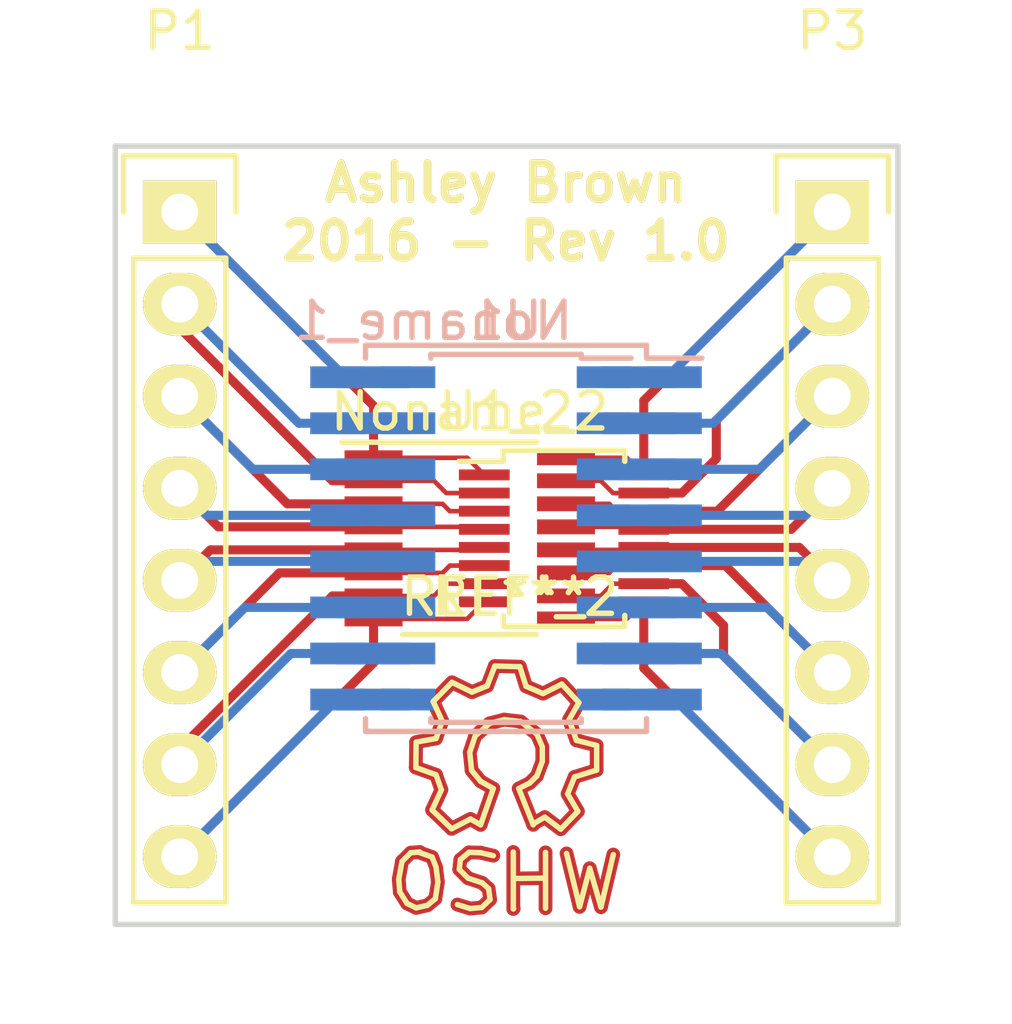
<source format=kicad_pcb>

(kicad_pcb
  (version 4)
  (host pcbnew 4.0.1-2.fc23-product)
  (general
    (links 64)
    (no_connects 0)
    (area 117.145999 59.106999 138.886001 80.720001)
    (thickness 1.6)
    (drawings 6)
    (tracks 126)
    (zones 0)
    (modules 8)
    (nets 17))
  (page A4)
  (layers
    (0 F.Cu signal)
    (31 B.Cu signal)
    (32 B.Adhes user)
    (33 F.Adhes user)
    (34 B.Paste user)
    (35 F.Paste user)
    (36 B.SilkS user)
    (37 F.SilkS user)
    (38 B.Mask user)
    (39 F.Mask user)
    (40 Dwgs.User user)
    (41 Cmts.User user)
    (42 Eco1.User user)
    (43 Eco2.User user)
    (44 Edge.Cuts user)
    (45 Margin user)
    (46 B.CrtYd user)
    (47 F.CrtYd user)
    (48 B.Fab user)
    (49 F.Fab user))
  (setup
    (last_trace_width 0.127)
    (user_trace_width 0.25)
    (user_trace_width 0.6)
    (trace_clearance 0.127)
    (zone_clearance 0.508)
    (zone_45_only no)
    (trace_min 0.127)
    (segment_width 0.2)
    (edge_width 0.15)
    (via_size 0.6)
    (via_drill 0.4)
    (via_min_size 0.4)
    (via_min_drill 0.3)
    (uvia_size 0.3)
    (uvia_drill 0.1)
    (uvias_allowed no)
    (uvia_min_size 0.2)
    (uvia_min_drill 0.1)
    (pcb_text_width 0.3)
    (pcb_text_size 1.5 1.5)
    (mod_edge_width 0.15)
    (mod_text_size 1 1)
    (mod_text_width 0.15)
    (pad_size 1.524 1.524)
    (pad_drill 0.762)
    (pad_to_mask_clearance 0.2)
    (aux_axis_origin 0 0)
    (visible_elements FFFFFF7F)
    (pcbplotparams
      (layerselection 0x00030_80000001)
      (usegerberextensions false)
      (excludeedgelayer true)
      (linewidth 0.1)
      (plotframeref false)
      (viasonmask false)
      (mode 1)
      (useauxorigin false)
      (hpglpennumber 1)
      (hpglpenspeed 20)
      (hpglpendiameter 15)
      (hpglpenoverlay 2)
      (psnegative false)
      (psa4output false)
      (plotreference true)
      (plotvalue true)
      (plotinvisibletext false)
      (padsonsilk false)
      (subtractmaskfromsilk false)
      (outputformat 1)
      (mirror false)
      (drillshape 1)
      (scaleselection 1)
      (outputdirectory "")))
  (net 0 "")
  (net 1 "Net-(P1-Pad1)")
  (net 2 "Net-(P1-Pad2)")
  (net 3 "Net-(P1-Pad3)")
  (net 4 "Net-(P1-Pad4)")
  (net 5 "Net-(P1-Pad5)")
  (net 6 "Net-(P1-Pad6)")
  (net 7 "Net-(P1-Pad7)")
  (net 8 "Net-(P1-Pad8)")
  (net 9 "Net-(P3-Pad1)")
  (net 10 "Net-(P3-Pad2)")
  (net 11 "Net-(P3-Pad3)")
  (net 12 "Net-(P3-Pad4)")
  (net 13 "Net-(P3-Pad5)")
  (net 14 "Net-(P3-Pad6)")
  (net 15 "Net-(P3-Pad7)")
  (net 16 "Net-(P3-Pad8)")
  (net_class Default "This is the default net class."
    (clearance 0.127)
    (trace_width 0.127)
    (via_dia 0.6)
    (via_drill 0.4)
    (uvia_dia 0.3)
    (uvia_drill 0.1)
    (add_net "Net-(P1-Pad1)")
    (add_net "Net-(P1-Pad2)")
    (add_net "Net-(P1-Pad3)")
    (add_net "Net-(P1-Pad4)")
    (add_net "Net-(P1-Pad5)")
    (add_net "Net-(P1-Pad6)")
    (add_net "Net-(P1-Pad7)")
    (add_net "Net-(P1-Pad8)")
    (add_net "Net-(P3-Pad1)")
    (add_net "Net-(P3-Pad2)")
    (add_net "Net-(P3-Pad3)")
    (add_net "Net-(P3-Pad4)")
    (add_net "Net-(P3-Pad5)")
    (add_net "Net-(P3-Pad6)")
    (add_net "Net-(P3-Pad7)")
    (add_net "Net-(P3-Pad8)"))
  (module Pin_Headers:Pin_Header_Straight_1x08
    (layer F.Cu)
    (tedit 56DCC931)
    (tstamp 56DCC656)
    (at 119 61)
    (descr "Through hole pin header")
    (tags "pin header")
    (path /56DCB019)
    (fp_text reference P1
      (at 0 -5)
      (layer F.SilkS)
      (effects
        (font
          (size 1 1)
          (thickness 0.15))))
    (fp_text value CONN_01X08
      (at 0 -3.1)
      (layer F.Fab)
      (effects
        (font
          (size 1 1)
          (thickness 0.15))))
    (fp_line
      (start -1.75 -1.75)
      (end -1.75 19.55)
      (layer F.CrtYd)
      (width 0.05))
    (fp_line
      (start 1.75 -1.75)
      (end 1.75 19.55)
      (layer F.CrtYd)
      (width 0.05))
    (fp_line
      (start -1.75 -1.75)
      (end 1.75 -1.75)
      (layer F.CrtYd)
      (width 0.05))
    (fp_line
      (start -1.75 19.55)
      (end 1.75 19.55)
      (layer F.CrtYd)
      (width 0.05))
    (fp_line
      (start 1.27 1.27)
      (end 1.27 19.05)
      (layer F.SilkS)
      (width 0.15))
    (fp_line
      (start 1.27 19.05)
      (end -1.27 19.05)
      (layer F.SilkS)
      (width 0.15))
    (fp_line
      (start -1.27 19.05)
      (end -1.27 1.27)
      (layer F.SilkS)
      (width 0.15))
    (fp_line
      (start 1.55 -1.55)
      (end 1.55 0)
      (layer F.SilkS)
      (width 0.15))
    (fp_line
      (start 1.27 1.27)
      (end -1.27 1.27)
      (layer F.SilkS)
      (width 0.15))
    (fp_line
      (start -1.55 0)
      (end -1.55 -1.55)
      (layer F.SilkS)
      (width 0.15))
    (fp_line
      (start -1.55 -1.55)
      (end 1.55 -1.55)
      (layer F.SilkS)
      (width 0.15))
    (pad 1 thru_hole rect
      (at 0 0)
      (size 2.032 1.7272)
      (drill 1.016)
      (layers *.Cu *.Mask F.SilkS)
      (net 1 "Net-(P1-Pad1)"))
    (pad 2 thru_hole oval
      (at 0 2.54)
      (size 2.032 1.7272)
      (drill 1.016)
      (layers *.Cu *.Mask F.SilkS)
      (net 2 "Net-(P1-Pad2)"))
    (pad 3 thru_hole oval
      (at 0 5.08)
      (size 2.032 1.7272)
      (drill 1.016)
      (layers *.Cu *.Mask F.SilkS)
      (net 3 "Net-(P1-Pad3)"))
    (pad 4 thru_hole oval
      (at 0 7.62)
      (size 2.032 1.7272)
      (drill 1.016)
      (layers *.Cu *.Mask F.SilkS)
      (net 4 "Net-(P1-Pad4)"))
    (pad 5 thru_hole oval
      (at 0 10.16)
      (size 2.032 1.7272)
      (drill 1.016)
      (layers *.Cu *.Mask F.SilkS)
      (net 5 "Net-(P1-Pad5)"))
    (pad 6 thru_hole oval
      (at 0 12.7)
      (size 2.032 1.7272)
      (drill 1.016)
      (layers *.Cu *.Mask F.SilkS)
      (net 6 "Net-(P1-Pad6)"))
    (pad 7 thru_hole oval
      (at 0 15.24)
      (size 2.032 1.7272)
      (drill 1.016)
      (layers *.Cu *.Mask F.SilkS)
      (net 7 "Net-(P1-Pad7)"))
    (pad 8 thru_hole oval
      (at 0 17.78)
      (size 2.032 1.7272)
      (drill 1.016)
      (layers *.Cu *.Mask F.SilkS)
      (net 8 "Net-(P1-Pad8)"))
    (model Pin_Headers.3dshapes/Pin_Header_Straight_1x08.wrl
      (at
        (xyz 0 -0.35 0))
      (scale
        (xyz 1 1 1))
      (rotate
        (xyz 0 0 90))))
  (module Pin_Headers:Pin_Header_Straight_1x08
    (layer F.Cu)
    (tedit 56DCC92B)
    (tstamp 56DCC662)
    (at 137 61)
    (descr "Through hole pin header")
    (tags "pin header")
    (path /56DCB013)
    (fp_text reference P3
      (at 0 -5)
      (layer F.SilkS)
      (effects
        (font
          (size 1 1)
          (thickness 0.15))))
    (fp_text value CONN_01X08
      (at 0 -3.1)
      (layer F.Fab)
      (effects
        (font
          (size 1 1)
          (thickness 0.15))))
    (fp_line
      (start -1.75 -1.75)
      (end -1.75 19.55)
      (layer F.CrtYd)
      (width 0.05))
    (fp_line
      (start 1.75 -1.75)
      (end 1.75 19.55)
      (layer F.CrtYd)
      (width 0.05))
    (fp_line
      (start -1.75 -1.75)
      (end 1.75 -1.75)
      (layer F.CrtYd)
      (width 0.05))
    (fp_line
      (start -1.75 19.55)
      (end 1.75 19.55)
      (layer F.CrtYd)
      (width 0.05))
    (fp_line
      (start 1.27 1.27)
      (end 1.27 19.05)
      (layer F.SilkS)
      (width 0.15))
    (fp_line
      (start 1.27 19.05)
      (end -1.27 19.05)
      (layer F.SilkS)
      (width 0.15))
    (fp_line
      (start -1.27 19.05)
      (end -1.27 1.27)
      (layer F.SilkS)
      (width 0.15))
    (fp_line
      (start 1.55 -1.55)
      (end 1.55 0)
      (layer F.SilkS)
      (width 0.15))
    (fp_line
      (start 1.27 1.27)
      (end -1.27 1.27)
      (layer F.SilkS)
      (width 0.15))
    (fp_line
      (start -1.55 0)
      (end -1.55 -1.55)
      (layer F.SilkS)
      (width 0.15))
    (fp_line
      (start -1.55 -1.55)
      (end 1.55 -1.55)
      (layer F.SilkS)
      (width 0.15))
    (pad 1 thru_hole rect
      (at 0 0)
      (size 2.032 1.7272)
      (drill 1.016)
      (layers *.Cu *.Mask F.SilkS)
      (net 9 "Net-(P3-Pad1)"))
    (pad 2 thru_hole oval
      (at 0 2.54)
      (size 2.032 1.7272)
      (drill 1.016)
      (layers *.Cu *.Mask F.SilkS)
      (net 10 "Net-(P3-Pad2)"))
    (pad 3 thru_hole oval
      (at 0 5.08)
      (size 2.032 1.7272)
      (drill 1.016)
      (layers *.Cu *.Mask F.SilkS)
      (net 11 "Net-(P3-Pad3)"))
    (pad 4 thru_hole oval
      (at 0 7.62)
      (size 2.032 1.7272)
      (drill 1.016)
      (layers *.Cu *.Mask F.SilkS)
      (net 12 "Net-(P3-Pad4)"))
    (pad 5 thru_hole oval
      (at 0 10.16)
      (size 2.032 1.7272)
      (drill 1.016)
      (layers *.Cu *.Mask F.SilkS)
      (net 13 "Net-(P3-Pad5)"))
    (pad 6 thru_hole oval
      (at 0 12.7)
      (size 2.032 1.7272)
      (drill 1.016)
      (layers *.Cu *.Mask F.SilkS)
      (net 14 "Net-(P3-Pad6)"))
    (pad 7 thru_hole oval
      (at 0 15.24)
      (size 2.032 1.7272)
      (drill 1.016)
      (layers *.Cu *.Mask F.SilkS)
      (net 15 "Net-(P3-Pad7)"))
    (pad 8 thru_hole oval
      (at 0 17.78)
      (size 2.032 1.7272)
      (drill 1.016)
      (layers *.Cu *.Mask F.SilkS)
      (net 16 "Net-(P3-Pad8)"))
    (model Pin_Headers.3dshapes/Pin_Header_Straight_1x08.wrl
      (at
        (xyz 0 -0.35 0))
      (scale
        (xyz 1 1 1))
      (rotate
        (xyz 0 0 90))))
  (module fixed_MSOP-16:MSOP-16_3x4mm_Pitch0.5mm
    (layer F.Cu)
    (tedit 56DCC8C9)
    (tstamp 56DCC676)
    (at 129.6 70)
    (descr "10-Lead Plastic Micro Small Outline Package (MS) [MSOP] (see Microchip Packaging Specification 00000049BS.pdf)")
    (tags "SSOP 0.5")
    (path /56DCB00D)
    (attr smd)
    (fp_text reference U1_2
      (at -1.6 -3.5)
      (layer F.SilkS)
      (effects
        (font
          (size 1 1)
          (thickness 0.15))))
    (fp_text value Generic_16Pin_Chip
      (at 0 3.5)
      (layer F.Fab)
      (effects
        (font
          (size 1 1)
          (thickness 0.15))))
    (fp_line
      (start -3.15 -2.6)
      (end -3.15 2.6)
      (layer F.CrtYd)
      (width 0.05))
    (fp_line
      (start 3.15 -2.6)
      (end 3.15 2.6)
      (layer F.CrtYd)
      (width 0.05))
    (fp_line
      (start -3.15 -2.6)
      (end 3.15 -2.6)
      (layer F.CrtYd)
      (width 0.05))
    (fp_line
      (start -3.15 2.6)
      (end 3.15 2.6)
      (layer F.CrtYd)
      (width 0.05))
    (fp_line
      (start -1.675 -2.425)
      (end -1.675 -2.125)
      (layer F.SilkS)
      (width 0.15))
    (fp_line
      (start 1.675 -2.425)
      (end 1.675 -2.125)
      (layer F.SilkS)
      (width 0.15))
    (fp_line
      (start 1.675 2.425)
      (end 1.675 2.125)
      (layer F.SilkS)
      (width 0.15))
    (fp_line
      (start -1.675 2.425)
      (end -1.675 2.125)
      (layer F.SilkS)
      (width 0.15))
    (fp_line
      (start -1.675 -2.425)
      (end 1.675 -2.425)
      (layer F.SilkS)
      (width 0.15))
    (fp_line
      (start -1.675 2.425)
      (end 1.675 2.425)
      (layer F.SilkS)
      (width 0.15))
    (fp_line
      (start -1.675 -2.125)
      (end -2.9 -2.125)
      (layer F.SilkS)
      (width 0.15))
    (pad 1 smd rect
      (at -2.2 -1.75)
      (size 1.4 0.3)
      (layers F.Cu F.Paste F.Mask)
      (net 1 "Net-(P1-Pad1)"))
    (pad 2 smd rect
      (at -2.2 -1.25)
      (size 1.4 0.3)
      (layers F.Cu F.Paste F.Mask)
      (net 2 "Net-(P1-Pad2)"))
    (pad 3 smd rect
      (at -2.2 -0.75)
      (size 1.4 0.3)
      (layers F.Cu F.Paste F.Mask)
      (net 3 "Net-(P1-Pad3)"))
    (pad 4 smd rect
      (at -2.2 -0.25)
      (size 1.4 0.3)
      (layers F.Cu F.Paste F.Mask)
      (net 4 "Net-(P1-Pad4)"))
    (pad 5 smd rect
      (at -2.2 0.25)
      (size 1.4 0.3)
      (layers F.Cu F.Paste F.Mask)
      (net 5 "Net-(P1-Pad5)"))
    (pad 12 smd rect
      (at 2.2 0.25)
      (size 1.4 0.3)
      (layers F.Cu F.Paste F.Mask)
      (net 13 "Net-(P3-Pad5)"))
    (pad 13 smd rect
      (at 2.2 -0.25)
      (size 1.4 0.3)
      (layers F.Cu F.Paste F.Mask)
      (net 12 "Net-(P3-Pad4)"))
    (pad 14 smd rect
      (at 2.2 -0.75)
      (size 1.4 0.3)
      (layers F.Cu F.Paste F.Mask)
      (net 11 "Net-(P3-Pad3)"))
    (pad 15 smd rect
      (at 2.2 -1.25)
      (size 1.4 0.3)
      (layers F.Cu F.Paste F.Mask)
      (net 10 "Net-(P3-Pad2)"))
    (pad 16 smd rect
      (at 2.2 -1.75)
      (size 1.4 0.3)
      (layers F.Cu F.Paste F.Mask)
      (net 9 "Net-(P3-Pad1)"))
    (pad 6 smd rect
      (at -2.2 0.75)
      (size 1.4 0.3)
      (layers F.Cu F.Paste F.Mask)
      (net 6 "Net-(P1-Pad6)"))
    (pad 7 smd rect
      (at -2.2 1.25)
      (size 1.4 0.3)
      (layers F.Cu F.Paste F.Mask)
      (net 7 "Net-(P1-Pad7)"))
    (pad 8 smd rect
      (at -2.2 1.75)
      (size 1.4 0.3)
      (layers F.Cu F.Paste F.Mask)
      (net 8 "Net-(P1-Pad8)"))
    (pad 11 smd rect
      (at 2.2 0.75)
      (size 1.4 0.3)
      (layers F.Cu F.Paste F.Mask)
      (net 14 "Net-(P3-Pad6)"))
    (pad 10 smd rect
      (at 2.2 1.25)
      (size 1.4 0.3)
      (layers F.Cu F.Paste F.Mask)
      (net 15 "Net-(P3-Pad7)"))
    (pad 9 smd rect
      (at 2.2 1.75)
      (size 1.4 0.3)
      (layers F.Cu F.Paste F.Mask)
      (net 16 "Net-(P3-Pad8)"))
    (model Housings_SSOP.3dshapes/MSOP-16_3x4mm_Pitch0.5mm.wrl
      (at
        (xyz 0 0 0))
      (scale
        (xyz 1 1 1))
      (rotate
        (xyz 0 0 0))))
  (module Housings_SSOP:QSOP-16_3.9x4.9mm_Pitch0.635mm
    (layer F.Cu)
    (tedit 56DCC8B5)
    (tstamp 56DCC68A)
    (at 127 70)
    (descr "16-Lead Plastic Shrink Small Outline Narrow Body (QR)-.150\" Body [QSOP] (see Microchip Packaging Specification 00000049BS.pdf)")
    (tags "SSOP 0.635")
    (path /56DCB01F)
    (attr smd)
    (fp_text reference Noname_2
      (at 0 -3.5)
      (layer F.SilkS)
      (effects
        (font
          (size 1 1)
          (thickness 0.15))))
    (fp_text value Generic_16Pin_Chip
      (at 0 3.5)
      (layer F.Fab)
      (effects
        (font
          (size 1 1)
          (thickness 0.15))))
    (fp_line
      (start -3.7 -2.75)
      (end -3.7 2.75)
      (layer F.CrtYd)
      (width 0.05))
    (fp_line
      (start 3.7 -2.75)
      (end 3.7 2.75)
      (layer F.CrtYd)
      (width 0.05))
    (fp_line
      (start -3.7 -2.75)
      (end 3.7 -2.75)
      (layer F.CrtYd)
      (width 0.05))
    (fp_line
      (start -3.7 2.75)
      (end 3.7 2.75)
      (layer F.CrtYd)
      (width 0.05))
    (fp_line
      (start -1.8543 2.6525)
      (end 1.8543 2.6525)
      (layer F.SilkS)
      (width 0.15))
    (fp_line
      (start -3.5293 -2.6525)
      (end 1.8543 -2.6525)
      (layer F.SilkS)
      (width 0.15))
    (pad 1 smd rect
      (at -2.6543 -2.2225)
      (size 1.6 0.41)
      (layers F.Cu F.Paste F.Mask)
      (net 1 "Net-(P1-Pad1)"))
    (pad 2 smd rect
      (at -2.6543 -1.5875)
      (size 1.6 0.41)
      (layers F.Cu F.Paste F.Mask)
      (net 2 "Net-(P1-Pad2)"))
    (pad 3 smd rect
      (at -2.6543 -0.9525)
      (size 1.6 0.41)
      (layers F.Cu F.Paste F.Mask)
      (net 3 "Net-(P1-Pad3)"))
    (pad 4 smd rect
      (at -2.6543 -0.3175)
      (size 1.6 0.41)
      (layers F.Cu F.Paste F.Mask)
      (net 4 "Net-(P1-Pad4)"))
    (pad 5 smd rect
      (at -2.6543 0.3175)
      (size 1.6 0.41)
      (layers F.Cu F.Paste F.Mask)
      (net 5 "Net-(P1-Pad5)"))
    (pad 6 smd rect
      (at -2.6543 0.9525)
      (size 1.6 0.41)
      (layers F.Cu F.Paste F.Mask)
      (net 6 "Net-(P1-Pad6)"))
    (pad 7 smd rect
      (at -2.6543 1.5875)
      (size 1.6 0.41)
      (layers F.Cu F.Paste F.Mask)
      (net 7 "Net-(P1-Pad7)"))
    (pad 8 smd rect
      (at -2.6543 2.2225)
      (size 1.6 0.41)
      (layers F.Cu F.Paste F.Mask)
      (net 8 "Net-(P1-Pad8)"))
    (pad 9 smd rect
      (at 2.6543 2.2225)
      (size 1.6 0.41)
      (layers F.Cu F.Paste F.Mask)
      (net 16 "Net-(P3-Pad8)"))
    (pad 10 smd rect
      (at 2.6543 1.5875)
      (size 1.6 0.41)
      (layers F.Cu F.Paste F.Mask)
      (net 15 "Net-(P3-Pad7)"))
    (pad 11 smd rect
      (at 2.6543 0.9525)
      (size 1.6 0.41)
      (layers F.Cu F.Paste F.Mask)
      (net 14 "Net-(P3-Pad6)"))
    (pad 12 smd rect
      (at 2.6543 0.3175)
      (size 1.6 0.41)
      (layers F.Cu F.Paste F.Mask)
      (net 13 "Net-(P3-Pad5)"))
    (pad 13 smd rect
      (at 2.6543 -0.3175)
      (size 1.6 0.41)
      (layers F.Cu F.Paste F.Mask)
      (net 12 "Net-(P3-Pad4)"))
    (pad 14 smd rect
      (at 2.6543 -0.9525)
      (size 1.6 0.41)
      (layers F.Cu F.Paste F.Mask)
      (net 11 "Net-(P3-Pad3)"))
    (pad 15 smd rect
      (at 2.6543 -1.5875)
      (size 1.6 0.41)
      (layers F.Cu F.Paste F.Mask)
      (net 10 "Net-(P3-Pad2)"))
    (pad 16 smd rect
      (at 2.6543 -2.2225)
      (size 1.6 0.41)
      (layers F.Cu F.Paste F.Mask)
      (net 9 "Net-(P3-Pad1)"))
    (model Housings_SSOP.3dshapes/QSOP-16_3.9x4.9mm_Pitch0.635mm.wrl
      (at
        (xyz 0 0 0))
      (scale
        (xyz 1 1 1))
      (rotate
        (xyz 0 0 0))))
  (module Housings_SOIC:SOIC-16_7.5x10.3mm_Pitch1.27mm
    (layer B.Cu)
    (tedit 56DCC8A1)
    (tstamp 56DCC69E)
    (at 128 70 180)
    (descr "16-Lead Plastic Small Outline (SO) - Wide, 7.50 mm Body [SOIC] (see Microchip Packaging Specification 00000049BS.pdf)")
    (tags "SOIC 1.27")
    (path /56DCBD74)
    (attr smd)
    (fp_text reference Noname_1
      (at 2 6 180)
      (layer B.SilkS)
      (effects
        (font
          (size 1 1)
          (thickness 0.15))
        (justify mirror)))
    (fp_text value Generic_16Pin_Chip
      (at 0 -6.25 180)
      (layer B.Fab)
      (effects
        (font
          (size 1 1)
          (thickness 0.15))
        (justify mirror)))
    (fp_line
      (start -5.65 5.5)
      (end -5.65 -5.5)
      (layer B.CrtYd)
      (width 0.05))
    (fp_line
      (start 5.65 5.5)
      (end 5.65 -5.5)
      (layer B.CrtYd)
      (width 0.05))
    (fp_line
      (start -5.65 5.5)
      (end 5.65 5.5)
      (layer B.CrtYd)
      (width 0.05))
    (fp_line
      (start -5.65 -5.5)
      (end 5.65 -5.5)
      (layer B.CrtYd)
      (width 0.05))
    (fp_line
      (start -3.875 5.325)
      (end -3.875 4.97)
      (layer B.SilkS)
      (width 0.15))
    (fp_line
      (start 3.875 5.325)
      (end 3.875 4.97)
      (layer B.SilkS)
      (width 0.15))
    (fp_line
      (start 3.875 -5.325)
      (end 3.875 -4.97)
      (layer B.SilkS)
      (width 0.15))
    (fp_line
      (start -3.875 -5.325)
      (end -3.875 -4.97)
      (layer B.SilkS)
      (width 0.15))
    (fp_line
      (start -3.875 5.325)
      (end 3.875 5.325)
      (layer B.SilkS)
      (width 0.15))
    (fp_line
      (start -3.875 -5.325)
      (end 3.875 -5.325)
      (layer B.SilkS)
      (width 0.15))
    (fp_line
      (start -3.875 4.97)
      (end -5.4 4.97)
      (layer B.SilkS)
      (width 0.15))
    (pad 1 smd rect
      (at -4.65 4.445 180)
      (size 1.5 0.6)
      (layers B.Cu B.Paste B.Mask)
      (net 9 "Net-(P3-Pad1)"))
    (pad 2 smd rect
      (at -4.65 3.175 180)
      (size 1.5 0.6)
      (layers B.Cu B.Paste B.Mask)
      (net 10 "Net-(P3-Pad2)"))
    (pad 3 smd rect
      (at -4.65 1.905 180)
      (size 1.5 0.6)
      (layers B.Cu B.Paste B.Mask)
      (net 11 "Net-(P3-Pad3)"))
    (pad 4 smd rect
      (at -4.65 0.635 180)
      (size 1.5 0.6)
      (layers B.Cu B.Paste B.Mask)
      (net 12 "Net-(P3-Pad4)"))
    (pad 5 smd rect
      (at -4.65 -0.635 180)
      (size 1.5 0.6)
      (layers B.Cu B.Paste B.Mask)
      (net 13 "Net-(P3-Pad5)"))
    (pad 6 smd rect
      (at -4.65 -1.905 180)
      (size 1.5 0.6)
      (layers B.Cu B.Paste B.Mask)
      (net 14 "Net-(P3-Pad6)"))
    (pad 7 smd rect
      (at -4.65 -3.175 180)
      (size 1.5 0.6)
      (layers B.Cu B.Paste B.Mask)
      (net 15 "Net-(P3-Pad7)"))
    (pad 8 smd rect
      (at -4.65 -4.445 180)
      (size 1.5 0.6)
      (layers B.Cu B.Paste B.Mask)
      (net 16 "Net-(P3-Pad8)"))
    (pad 9 smd rect
      (at 4.65 -4.445 180)
      (size 1.5 0.6)
      (layers B.Cu B.Paste B.Mask)
      (net 8 "Net-(P1-Pad8)"))
    (pad 10 smd rect
      (at 4.65 -3.175 180)
      (size 1.5 0.6)
      (layers B.Cu B.Paste B.Mask)
      (net 7 "Net-(P1-Pad7)"))
    (pad 11 smd rect
      (at 4.65 -1.905 180)
      (size 1.5 0.6)
      (layers B.Cu B.Paste B.Mask)
      (net 6 "Net-(P1-Pad6)"))
    (pad 12 smd rect
      (at 4.65 -0.635 180)
      (size 1.5 0.6)
      (layers B.Cu B.Paste B.Mask)
      (net 5 "Net-(P1-Pad5)"))
    (pad 13 smd rect
      (at 4.65 0.635 180)
      (size 1.5 0.6)
      (layers B.Cu B.Paste B.Mask)
      (net 4 "Net-(P1-Pad4)"))
    (pad 14 smd rect
      (at 4.65 1.905 180)
      (size 1.5 0.6)
      (layers B.Cu B.Paste B.Mask)
      (net 3 "Net-(P1-Pad3)"))
    (pad 15 smd rect
      (at 4.65 3.175 180)
      (size 1.5 0.6)
      (layers B.Cu B.Paste B.Mask)
      (net 2 "Net-(P1-Pad2)"))
    (pad 16 smd rect
      (at 4.65 4.445 180)
      (size 1.5 0.6)
      (layers B.Cu B.Paste B.Mask)
      (net 1 "Net-(P1-Pad1)"))
    (model Housings_SOIC.3dshapes/SOIC-16_7.5x10.3mm_Pitch1.27mm.wrl
      (at
        (xyz 0 0 0))
      (scale
        (xyz 1 1 1))
      (rotate
        (xyz 0 0 0))))
  (module Housings_SOIC:SOIC-16_3.9x9.9mm_Pitch1.27mm
    (layer B.Cu)
    (tedit 56DCC85B)
    (tstamp 56DCC6B2)
    (at 128 70 180)
    (descr "16-Lead Plastic Small Outline (SL) - Narrow, 3.90 mm Body [SOIC] (see Microchip Packaging Specification 00000049BS.pdf)")
    (tags "SOIC 1.27")
    (path /56DCD4BD)
    (attr smd)
    (fp_text reference U1
      (at 0 6 180)
      (layer B.SilkS)
      (effects
        (font
          (size 1 1)
          (thickness 0.15))
        (justify mirror)))
    (fp_text value Generic_16Pin_Chip
      (at 0 -6 180)
      (layer B.Fab)
      (effects
        (font
          (size 1 1)
          (thickness 0.15))
        (justify mirror)))
    (fp_line
      (start -3.7 5.25)
      (end -3.7 -5.25)
      (layer B.CrtYd)
      (width 0.05))
    (fp_line
      (start 3.7 5.25)
      (end 3.7 -5.25)
      (layer B.CrtYd)
      (width 0.05))
    (fp_line
      (start -3.7 5.25)
      (end 3.7 5.25)
      (layer B.CrtYd)
      (width 0.05))
    (fp_line
      (start -3.7 -5.25)
      (end 3.7 -5.25)
      (layer B.CrtYd)
      (width 0.05))
    (fp_line
      (start -2.075 5.075)
      (end -2.075 4.97)
      (layer B.SilkS)
      (width 0.15))
    (fp_line
      (start 2.075 5.075)
      (end 2.075 4.97)
      (layer B.SilkS)
      (width 0.15))
    (fp_line
      (start 2.075 -5.075)
      (end 2.075 -4.97)
      (layer B.SilkS)
      (width 0.15))
    (fp_line
      (start -2.075 -5.075)
      (end -2.075 -4.97)
      (layer B.SilkS)
      (width 0.15))
    (fp_line
      (start -2.075 5.075)
      (end 2.075 5.075)
      (layer B.SilkS)
      (width 0.15))
    (fp_line
      (start -2.075 -5.075)
      (end 2.075 -5.075)
      (layer B.SilkS)
      (width 0.15))
    (fp_line
      (start -2.075 4.97)
      (end -3.45 4.97)
      (layer B.SilkS)
      (width 0.15))
    (pad 1 smd rect
      (at -2.7 4.445 180)
      (size 1.5 0.6)
      (layers B.Cu B.Paste B.Mask)
      (net 9 "Net-(P3-Pad1)"))
    (pad 2 smd rect
      (at -2.7 3.175 180)
      (size 1.5 0.6)
      (layers B.Cu B.Paste B.Mask)
      (net 10 "Net-(P3-Pad2)"))
    (pad 3 smd rect
      (at -2.7 1.905 180)
      (size 1.5 0.6)
      (layers B.Cu B.Paste B.Mask)
      (net 11 "Net-(P3-Pad3)"))
    (pad 4 smd rect
      (at -2.7 0.635 180)
      (size 1.5 0.6)
      (layers B.Cu B.Paste B.Mask)
      (net 12 "Net-(P3-Pad4)"))
    (pad 5 smd rect
      (at -2.7 -0.635 180)
      (size 1.5 0.6)
      (layers B.Cu B.Paste B.Mask)
      (net 13 "Net-(P3-Pad5)"))
    (pad 6 smd rect
      (at -2.7 -1.905 180)
      (size 1.5 0.6)
      (layers B.Cu B.Paste B.Mask)
      (net 14 "Net-(P3-Pad6)"))
    (pad 7 smd rect
      (at -2.7 -3.175 180)
      (size 1.5 0.6)
      (layers B.Cu B.Paste B.Mask)
      (net 15 "Net-(P3-Pad7)"))
    (pad 8 smd rect
      (at -2.7 -4.445 180)
      (size 1.5 0.6)
      (layers B.Cu B.Paste B.Mask)
      (net 16 "Net-(P3-Pad8)"))
    (pad 9 smd rect
      (at 2.7 -4.445 180)
      (size 1.5 0.6)
      (layers B.Cu B.Paste B.Mask)
      (net 8 "Net-(P1-Pad8)"))
    (pad 10 smd rect
      (at 2.7 -3.175 180)
      (size 1.5 0.6)
      (layers B.Cu B.Paste B.Mask)
      (net 7 "Net-(P1-Pad7)"))
    (pad 11 smd rect
      (at 2.7 -1.905 180)
      (size 1.5 0.6)
      (layers B.Cu B.Paste B.Mask)
      (net 6 "Net-(P1-Pad6)"))
    (pad 12 smd rect
      (at 2.7 -0.635 180)
      (size 1.5 0.6)
      (layers B.Cu B.Paste B.Mask)
      (net 5 "Net-(P1-Pad5)"))
    (pad 13 smd rect
      (at 2.7 0.635 180)
      (size 1.5 0.6)
      (layers B.Cu B.Paste B.Mask)
      (net 4 "Net-(P1-Pad4)"))
    (pad 14 smd rect
      (at 2.7 1.905 180)
      (size 1.5 0.6)
      (layers B.Cu B.Paste B.Mask)
      (net 3 "Net-(P1-Pad3)"))
    (pad 15 smd rect
      (at 2.7 3.175 180)
      (size 1.5 0.6)
      (layers B.Cu B.Paste B.Mask)
      (net 2 "Net-(P1-Pad2)"))
    (pad 16 smd rect
      (at 2.7 4.445 180)
      (size 1.5 0.6)
      (layers B.Cu B.Paste B.Mask)
      (net 1 "Net-(P1-Pad1)"))
    (model Housings_SOIC.3dshapes/SOIC-16_3.9x9.9mm_Pitch1.27mm.wrl
      (at
        (xyz 0 0 0))
      (scale
        (xyz 1 1 1))
      (rotate
        (xyz 0 0 0))))
  (module Symbols:Symbol_OSHW-Logo_CopperTop
    (layer F.Cu)
    (tedit 0)
    (tstamp 56DCCB9C)
    (at 128 76)
    (descr "Symbol, OSHW-Logo, Copper Top,")
    (tags "Symbol, OSHW-Logo, Copper Top,")
    (fp_text reference REF**_2
      (at 0.09906 -4.38912)
      (layer F.SilkS)
      (effects
        (font
          (size 1 1)
          (thickness 0.15))))
    (fp_text value Symbol_OSHW-Logo_CopperTop
      (at 0.30988 6.56082)
      (layer F.Fab)
      (effects
        (font
          (size 1 1)
          (thickness 0.15))))
    (fp_line
      (start 1.66878 2.68986)
      (end 2.02946 4.16052)
      (layer F.Cu)
      (width 0.381))
    (fp_line
      (start 2.02946 4.16052)
      (end 2.30886 3.0988)
      (layer F.Cu)
      (width 0.381))
    (fp_line
      (start 2.30886 3.0988)
      (end 2.61874 4.17068)
      (layer F.Cu)
      (width 0.381))
    (fp_line
      (start 2.61874 4.17068)
      (end 2.9591 2.72034)
      (layer F.Cu)
      (width 0.381))
    (fp_line
      (start 0.24892 3.38074)
      (end 1.03886 3.37058)
      (layer F.Cu)
      (width 0.381))
    (fp_line
      (start 1.03886 3.37058)
      (end 1.04902 3.38074)
      (layer F.Cu)
      (width 0.381))
    (fp_line
      (start 1.04902 3.38074)
      (end 1.04902 3.37058)
      (layer F.Cu)
      (width 0.381))
    (fp_line
      (start 1.08966 2.65938)
      (end 1.08966 4.20116)
      (layer F.Cu)
      (width 0.381))
    (fp_line
      (start 0.20066 2.64922)
      (end 0.20066 4.21894)
      (layer F.Cu)
      (width 0.381))
    (fp_line
      (start 0.20066 4.21894)
      (end 0.21082 4.20878)
      (layer F.Cu)
      (width 0.381))
    (fp_line
      (start -0.35052 2.75082)
      (end -0.70104 2.66954)
      (layer F.Cu)
      (width 0.381))
    (fp_line
      (start -0.70104 2.66954)
      (end -1.02108 2.65938)
      (layer F.Cu)
      (width 0.381))
    (fp_line
      (start -1.02108 2.65938)
      (end -1.25984 2.86004)
      (layer F.Cu)
      (width 0.381))
    (fp_line
      (start -1.25984 2.86004)
      (end -1.29032 3.12928)
      (layer F.Cu)
      (width 0.381))
    (fp_line
      (start -1.29032 3.12928)
      (end -1.04902 3.37058)
      (layer F.Cu)
      (width 0.381))
    (fp_line
      (start -1.04902 3.37058)
      (end -0.6604 3.50012)
      (layer F.Cu)
      (width 0.381))
    (fp_line
      (start -0.6604 3.50012)
      (end -0.48006 3.66014)
      (layer F.Cu)
      (width 0.381))
    (fp_line
      (start -0.48006 3.66014)
      (end -0.43942 3.95986)
      (layer F.Cu)
      (width 0.381))
    (fp_line
      (start -0.43942 3.95986)
      (end -0.67056 4.18084)
      (layer F.Cu)
      (width 0.381))
    (fp_line
      (start -0.67056 4.18084)
      (end -0.9906 4.20878)
      (layer F.Cu)
      (width 0.381))
    (fp_line
      (start -0.9906 4.20878)
      (end -1.34112 4.09956)
      (layer F.Cu)
      (width 0.381))
    (fp_line
      (start -2.37998 2.64922)
      (end -2.6289 2.66954)
      (layer F.Cu)
      (width 0.381))
    (fp_line
      (start -2.6289 2.66954)
      (end -2.8702 2.91084)
      (layer F.Cu)
      (width 0.381))
    (fp_line
      (start -2.8702 2.91084)
      (end -2.9591 3.40106)
      (layer F.Cu)
      (width 0.381))
    (fp_line
      (start -2.9591 3.40106)
      (end -2.93116 3.74904)
      (layer F.Cu)
      (width 0.381))
    (fp_line
      (start -2.93116 3.74904)
      (end -2.7305 4.06908)
      (layer F.Cu)
      (width 0.381))
    (fp_line
      (start -2.7305 4.06908)
      (end -2.47904 4.191)
      (layer F.Cu)
      (width 0.381))
    (fp_line
      (start -2.47904 4.191)
      (end -2.16916 4.11988)
      (layer F.Cu)
      (width 0.381))
    (fp_line
      (start -2.16916 4.11988)
      (end -1.95072 3.93954)
      (layer F.Cu)
      (width 0.381))
    (fp_line
      (start -1.95072 3.93954)
      (end -1.8796 3.4798)
      (layer F.Cu)
      (width 0.381))
    (fp_line
      (start -1.8796 3.4798)
      (end -1.9304 3.07086)
      (layer F.Cu)
      (width 0.381))
    (fp_line
      (start -1.9304 3.07086)
      (end -2.03962 2.78892)
      (layer F.Cu)
      (width 0.381))
    (fp_line
      (start -2.03962 2.78892)
      (end -2.4003 2.65938)
      (layer F.Cu)
      (width 0.381))
    (fp_line
      (start -1.78054 0.92964)
      (end -2.03962 1.49098)
      (layer F.Cu)
      (width 0.381))
    (fp_line
      (start -2.03962 1.49098)
      (end -1.50114 2.00914)
      (layer F.Cu)
      (width 0.381))
    (fp_line
      (start -1.50114 2.00914)
      (end -0.98044 1.7399)
      (layer F.Cu)
      (width 0.381))
    (fp_line
      (start -0.98044 1.7399)
      (end -0.70104 1.89992)
      (layer F.Cu)
      (width 0.381))
    (fp_line
      (start 0.73914 1.8796)
      (end 1.06934 1.6891)
      (layer F.Cu)
      (width 0.381))
    (fp_line
      (start 1.06934 1.6891)
      (end 1.50876 2.0193)
      (layer F.Cu)
      (width 0.381))
    (fp_line
      (start 1.50876 2.0193)
      (end 1.9812 1.52908)
      (layer F.Cu)
      (width 0.381))
    (fp_line
      (start 1.9812 1.52908)
      (end 1.69926 1.04902)
      (layer F.Cu)
      (width 0.381))
    (fp_line
      (start 1.69926 1.04902)
      (end 1.88976 0.57912)
      (layer F.Cu)
      (width 0.381))
    (fp_line
      (start 1.88976 0.57912)
      (end 2.49936 0.39116)
      (layer F.Cu)
      (width 0.381))
    (fp_line
      (start 2.49936 0.39116)
      (end 2.49936 -0.28956)
      (layer F.Cu)
      (width 0.381))
    (fp_line
      (start 2.49936 -0.28956)
      (end 1.94056 -0.42926)
      (layer F.Cu)
      (width 0.381))
    (fp_line
      (start 1.94056 -0.42926)
      (end 1.7399 -1.00076)
      (layer F.Cu)
      (width 0.381))
    (fp_line
      (start 1.7399 -1.00076)
      (end 2.00914 -1.47066)
      (layer F.Cu)
      (width 0.381))
    (fp_line
      (start 2.00914 -1.47066)
      (end 1.53924 -1.9812)
      (layer F.Cu)
      (width 0.381))
    (fp_line
      (start 1.53924 -1.9812)
      (end 1.02108 -1.71958)
      (layer F.Cu)
      (width 0.381))
    (fp_line
      (start 1.02108 -1.71958)
      (end 0.55118 -1.92024)
      (layer F.Cu)
      (width 0.381))
    (fp_line
      (start 0.55118 -1.92024)
      (end 0.381 -2.46126)
      (layer F.Cu)
      (width 0.381))
    (fp_line
      (start 0.381 -2.46126)
      (end -0.30988 -2.47904)
      (layer F.Cu)
      (width 0.381))
    (fp_line
      (start -0.30988 -2.47904)
      (end -0.5207 -1.9304)
      (layer F.Cu)
      (width 0.381))
    (fp_line
      (start -0.5207 -1.9304)
      (end -0.9398 -1.76022)
      (layer F.Cu)
      (width 0.381))
    (fp_line
      (start -0.9398 -1.76022)
      (end -1.49098 -2.02946)
      (layer F.Cu)
      (width 0.381))
    (fp_line
      (start -1.49098 -2.02946)
      (end -2.00914 -1.50114)
      (layer F.Cu)
      (width 0.381))
    (fp_line
      (start -2.00914 -1.50114)
      (end -1.76022 -0.96012)
      (layer F.Cu)
      (width 0.381))
    (fp_line
      (start -1.76022 -0.96012)
      (end -1.9304 -0.48006)
      (layer F.Cu)
      (width 0.381))
    (fp_line
      (start -1.9304 -0.48006)
      (end -2.47904 -0.381)
      (layer F.Cu)
      (width 0.381))
    (fp_line
      (start -2.47904 -0.381)
      (end -2.4892 0.32004)
      (layer F.Cu)
      (width 0.381))
    (fp_line
      (start -2.4892 0.32004)
      (end -1.9304 0.5207)
      (layer F.Cu)
      (width 0.381))
    (fp_line
      (start -1.9304 0.5207)
      (end -1.7907 0.91948)
      (layer F.Cu)
      (width 0.381))
    (fp_line
      (start 0.35052 0.89916)
      (end 0.65024 0.7493)
      (layer F.Cu)
      (width 0.381))
    (fp_line
      (start 0.65024 0.7493)
      (end 0.8509 0.55118)
      (layer F.Cu)
      (width 0.381))
    (fp_line
      (start 0.8509 0.55118)
      (end 1.00076 0.14986)
      (layer F.Cu)
      (width 0.381))
    (fp_line
      (start 1.00076 0.14986)
      (end 1.00076 -0.24892)
      (layer F.Cu)
      (width 0.381))
    (fp_line
      (start 1.00076 -0.24892)
      (end 0.8509 -0.59944)
      (layer F.Cu)
      (width 0.381))
    (fp_line
      (start 0.8509 -0.59944)
      (end 0.39878 -0.94996)
      (layer F.Cu)
      (width 0.381))
    (fp_line
      (start 0.39878 -0.94996)
      (end -0.0508 -1.00076)
      (layer F.Cu)
      (width 0.381))
    (fp_line
      (start -0.0508 -1.00076)
      (end -0.44958 -0.89916)
      (layer F.Cu)
      (width 0.381))
    (fp_line
      (start -0.44958 -0.89916)
      (end -0.8509 -0.55118)
      (layer F.Cu)
      (width 0.381))
    (fp_line
      (start -0.8509 -0.55118)
      (end -1.00076 -0.09906)
      (layer F.Cu)
      (width 0.381))
    (fp_line
      (start -1.00076 -0.09906)
      (end -0.94996 0.39878)
      (layer F.Cu)
      (width 0.381))
    (fp_line
      (start -0.94996 0.39878)
      (end -0.70104 0.70104)
      (layer F.Cu)
      (width 0.381))
    (fp_line
      (start -0.70104 0.70104)
      (end -0.35052 0.89916)
      (layer F.Cu)
      (width 0.381))
    (fp_line
      (start -0.35052 0.89916)
      (end -0.70104 1.89992)
      (layer F.Cu)
      (width 0.381))
    (fp_line
      (start 0.35052 0.89916)
      (end 0.7493 1.89992)
      (layer F.Cu)
      (width 0.381)))
  (module Symbols:Symbol_OSHW-Logo_SilkScreen
    (layer F.Cu)
    (tedit 0)
    (tstamp 56DCCD0F)
    (at 128 76)
    (descr "Symbol, OSHW-Logo, Silk Screen,")
    (tags "Symbol, OSHW-Logo, Silk Screen,")
    (fp_text reference REF**
      (at 0.09906 -4.38912)
      (layer F.SilkS)
      (effects
        (font
          (size 1 1)
          (thickness 0.15))))
    (fp_text value Symbol_OSHW-Logo_SilkScreen
      (at 0.30988 6.56082)
      (layer F.Fab)
      (effects
        (font
          (size 1 1)
          (thickness 0.15))))
    (fp_line
      (start 1.66878 2.68986)
      (end 2.02946 4.16052)
      (layer F.SilkS)
      (width 0.15))
    (fp_line
      (start 2.02946 4.16052)
      (end 2.30886 3.0988)
      (layer F.SilkS)
      (width 0.15))
    (fp_line
      (start 2.30886 3.0988)
      (end 2.61874 4.17068)
      (layer F.SilkS)
      (width 0.15))
    (fp_line
      (start 2.61874 4.17068)
      (end 2.9591 2.72034)
      (layer F.SilkS)
      (width 0.15))
    (fp_line
      (start 0.24892 3.38074)
      (end 1.03886 3.37058)
      (layer F.SilkS)
      (width 0.15))
    (fp_line
      (start 1.03886 3.37058)
      (end 1.04902 3.38074)
      (layer F.SilkS)
      (width 0.15))
    (fp_line
      (start 1.04902 3.38074)
      (end 1.04902 3.37058)
      (layer F.SilkS)
      (width 0.15))
    (fp_line
      (start 1.08966 2.65938)
      (end 1.08966 4.20116)
      (layer F.SilkS)
      (width 0.15))
    (fp_line
      (start 0.20066 2.64922)
      (end 0.20066 4.21894)
      (layer F.SilkS)
      (width 0.15))
    (fp_line
      (start 0.20066 4.21894)
      (end 0.21082 4.20878)
      (layer F.SilkS)
      (width 0.15))
    (fp_line
      (start -0.35052 2.75082)
      (end -0.70104 2.66954)
      (layer F.SilkS)
      (width 0.15))
    (fp_line
      (start -0.70104 2.66954)
      (end -1.02108 2.65938)
      (layer F.SilkS)
      (width 0.15))
    (fp_line
      (start -1.02108 2.65938)
      (end -1.25984 2.86004)
      (layer F.SilkS)
      (width 0.15))
    (fp_line
      (start -1.25984 2.86004)
      (end -1.29032 3.12928)
      (layer F.SilkS)
      (width 0.15))
    (fp_line
      (start -1.29032 3.12928)
      (end -1.04902 3.37058)
      (layer F.SilkS)
      (width 0.15))
    (fp_line
      (start -1.04902 3.37058)
      (end -0.6604 3.50012)
      (layer F.SilkS)
      (width 0.15))
    (fp_line
      (start -0.6604 3.50012)
      (end -0.48006 3.66014)
      (layer F.SilkS)
      (width 0.15))
    (fp_line
      (start -0.48006 3.66014)
      (end -0.43942 3.95986)
      (layer F.SilkS)
      (width 0.15))
    (fp_line
      (start -0.43942 3.95986)
      (end -0.67056 4.18084)
      (layer F.SilkS)
      (width 0.15))
    (fp_line
      (start -0.67056 4.18084)
      (end -0.9906 4.20878)
      (layer F.SilkS)
      (width 0.15))
    (fp_line
      (start -0.9906 4.20878)
      (end -1.34112 4.09956)
      (layer F.SilkS)
      (width 0.15))
    (fp_line
      (start -2.37998 2.64922)
      (end -2.6289 2.66954)
      (layer F.SilkS)
      (width 0.15))
    (fp_line
      (start -2.6289 2.66954)
      (end -2.8702 2.91084)
      (layer F.SilkS)
      (width 0.15))
    (fp_line
      (start -2.8702 2.91084)
      (end -2.9591 3.40106)
      (layer F.SilkS)
      (width 0.15))
    (fp_line
      (start -2.9591 3.40106)
      (end -2.93116 3.74904)
      (layer F.SilkS)
      (width 0.15))
    (fp_line
      (start -2.93116 3.74904)
      (end -2.7305 4.06908)
      (layer F.SilkS)
      (width 0.15))
    (fp_line
      (start -2.7305 4.06908)
      (end -2.47904 4.191)
      (layer F.SilkS)
      (width 0.15))
    (fp_line
      (start -2.47904 4.191)
      (end -2.16916 4.11988)
      (layer F.SilkS)
      (width 0.15))
    (fp_line
      (start -2.16916 4.11988)
      (end -1.95072 3.93954)
      (layer F.SilkS)
      (width 0.15))
    (fp_line
      (start -1.95072 3.93954)
      (end -1.8796 3.4798)
      (layer F.SilkS)
      (width 0.15))
    (fp_line
      (start -1.8796 3.4798)
      (end -1.9304 3.07086)
      (layer F.SilkS)
      (width 0.15))
    (fp_line
      (start -1.9304 3.07086)
      (end -2.03962 2.78892)
      (layer F.SilkS)
      (width 0.15))
    (fp_line
      (start -2.03962 2.78892)
      (end -2.4003 2.65938)
      (layer F.SilkS)
      (width 0.15))
    (fp_line
      (start -1.78054 0.92964)
      (end -2.03962 1.49098)
      (layer F.SilkS)
      (width 0.15))
    (fp_line
      (start -2.03962 1.49098)
      (end -1.50114 2.00914)
      (layer F.SilkS)
      (width 0.15))
    (fp_line
      (start -1.50114 2.00914)
      (end -0.98044 1.7399)
      (layer F.SilkS)
      (width 0.15))
    (fp_line
      (start -0.98044 1.7399)
      (end -0.70104 1.89992)
      (layer F.SilkS)
      (width 0.15))
    (fp_line
      (start 0.73914 1.8796)
      (end 1.06934 1.6891)
      (layer F.SilkS)
      (width 0.15))
    (fp_line
      (start 1.06934 1.6891)
      (end 1.50876 2.0193)
      (layer F.SilkS)
      (width 0.15))
    (fp_line
      (start 1.50876 2.0193)
      (end 1.9812 1.52908)
      (layer F.SilkS)
      (width 0.15))
    (fp_line
      (start 1.9812 1.52908)
      (end 1.69926 1.04902)
      (layer F.SilkS)
      (width 0.15))
    (fp_line
      (start 1.69926 1.04902)
      (end 1.88976 0.57912)
      (layer F.SilkS)
      (width 0.15))
    (fp_line
      (start 1.88976 0.57912)
      (end 2.49936 0.39116)
      (layer F.SilkS)
      (width 0.15))
    (fp_line
      (start 2.49936 0.39116)
      (end 2.49936 -0.28956)
      (layer F.SilkS)
      (width 0.15))
    (fp_line
      (start 2.49936 -0.28956)
      (end 1.94056 -0.42926)
      (layer F.SilkS)
      (width 0.15))
    (fp_line
      (start 1.94056 -0.42926)
      (end 1.7399 -1.00076)
      (layer F.SilkS)
      (width 0.15))
    (fp_line
      (start 1.7399 -1.00076)
      (end 2.00914 -1.47066)
      (layer F.SilkS)
      (width 0.15))
    (fp_line
      (start 2.00914 -1.47066)
      (end 1.53924 -1.9812)
      (layer F.SilkS)
      (width 0.15))
    (fp_line
      (start 1.53924 -1.9812)
      (end 1.02108 -1.71958)
      (layer F.SilkS)
      (width 0.15))
    (fp_line
      (start 1.02108 -1.71958)
      (end 0.55118 -1.92024)
      (layer F.SilkS)
      (width 0.15))
    (fp_line
      (start 0.55118 -1.92024)
      (end 0.381 -2.46126)
      (layer F.SilkS)
      (width 0.15))
    (fp_line
      (start 0.381 -2.46126)
      (end -0.30988 -2.47904)
      (layer F.SilkS)
      (width 0.15))
    (fp_line
      (start -0.30988 -2.47904)
      (end -0.5207 -1.9304)
      (layer F.SilkS)
      (width 0.15))
    (fp_line
      (start -0.5207 -1.9304)
      (end -0.9398 -1.76022)
      (layer F.SilkS)
      (width 0.15))
    (fp_line
      (start -0.9398 -1.76022)
      (end -1.49098 -2.02946)
      (layer F.SilkS)
      (width 0.15))
    (fp_line
      (start -1.49098 -2.02946)
      (end -2.00914 -1.50114)
      (layer F.SilkS)
      (width 0.15))
    (fp_line
      (start -2.00914 -1.50114)
      (end -1.76022 -0.96012)
      (layer F.SilkS)
      (width 0.15))
    (fp_line
      (start -1.76022 -0.96012)
      (end -1.9304 -0.48006)
      (layer F.SilkS)
      (width 0.15))
    (fp_line
      (start -1.9304 -0.48006)
      (end -2.47904 -0.381)
      (layer F.SilkS)
      (width 0.15))
    (fp_line
      (start -2.47904 -0.381)
      (end -2.4892 0.32004)
      (layer F.SilkS)
      (width 0.15))
    (fp_line
      (start -2.4892 0.32004)
      (end -1.9304 0.5207)
      (layer F.SilkS)
      (width 0.15))
    (fp_line
      (start -1.9304 0.5207)
      (end -1.7907 0.91948)
      (layer F.SilkS)
      (width 0.15))
    (fp_line
      (start 0.35052 0.89916)
      (end 0.65024 0.7493)
      (layer F.SilkS)
      (width 0.15))
    (fp_line
      (start 0.65024 0.7493)
      (end 0.8509 0.55118)
      (layer F.SilkS)
      (width 0.15))
    (fp_line
      (start 0.8509 0.55118)
      (end 1.00076 0.14986)
      (layer F.SilkS)
      (width 0.15))
    (fp_line
      (start 1.00076 0.14986)
      (end 1.00076 -0.24892)
      (layer F.SilkS)
      (width 0.15))
    (fp_line
      (start 1.00076 -0.24892)
      (end 0.8509 -0.59944)
      (layer F.SilkS)
      (width 0.15))
    (fp_line
      (start 0.8509 -0.59944)
      (end 0.39878 -0.94996)
      (layer F.SilkS)
      (width 0.15))
    (fp_line
      (start 0.39878 -0.94996)
      (end -0.0508 -1.00076)
      (layer F.SilkS)
      (width 0.15))
    (fp_line
      (start -0.0508 -1.00076)
      (end -0.44958 -0.89916)
      (layer F.SilkS)
      (width 0.15))
    (fp_line
      (start -0.44958 -0.89916)
      (end -0.8509 -0.55118)
      (layer F.SilkS)
      (width 0.15))
    (fp_line
      (start -0.8509 -0.55118)
      (end -1.00076 -0.09906)
      (layer F.SilkS)
      (width 0.15))
    (fp_line
      (start -1.00076 -0.09906)
      (end -0.94996 0.39878)
      (layer F.SilkS)
      (width 0.15))
    (fp_line
      (start -0.94996 0.39878)
      (end -0.70104 0.70104)
      (layer F.SilkS)
      (width 0.15))
    (fp_line
      (start -0.70104 0.70104)
      (end -0.35052 0.89916)
      (layer F.SilkS)
      (width 0.15))
    (fp_line
      (start -0.35052 0.89916)
      (end -0.70104 1.89992)
      (layer F.SilkS)
      (width 0.15))
    (fp_line
      (start 0.35052 0.89916)
      (end 0.7493 1.89992)
      (layer F.SilkS)
      (width 0.15)))
  (gr_line
    (start 117.221 80.645)
    (end 117.221 59.182)
    (angle 90)
    (layer Edge.Cuts)
    (width 0.15))
  (gr_line
    (start 138.811 80.645)
    (end 117.221 80.645)
    (angle 90)
    (layer Edge.Cuts)
    (width 0.15))
  (gr_line
    (start 138.811 59.182)
    (end 138.811 80.645)
    (angle 90)
    (layer Edge.Cuts)
    (width 0.15))
  (gr_line
    (start 117.221 59.182)
    (end 138.811 59.182)
    (angle 90)
    (layer Edge.Cuts)
    (width 0.15))
  (gr_text "Ashley Brown\n2016 - Rev 1.0"
    (at 128 61)
    (layer F.SilkS)
    (effects
      (font
        (size 1 1)
        (thickness 0.2))))
  (gr_text "Ashley Brown\n2016 - Rev 1.0"
    (at 128 61)
    (layer F.Cu)
    (effects
      (font
        (size 1 1)
        (thickness 0.2))))
  (segment
    (start 124.3457 67.7775)
    (end 124.3457 66.3457)
    (width 0.25)
    (layer F.Cu)
    (net 1))
  (segment
    (start 124.3457 66.3457)
    (end 119 61)
    (width 0.25)
    (layer F.Cu)
    (net 1)
    (tstamp 56DCCB4E))
  (segment
    (start 123.35 65.555)
    (end 123.35 65.35)
    (width 0.25)
    (layer B.Cu)
    (net 1)
    (status 30))
  (segment
    (start 123.35 65.35)
    (end 119 61)
    (width 0.25)
    (layer B.Cu)
    (net 1)
    (tstamp 56DCCB32)
    (status 10))
  (segment
    (start 125.3 65.555)
    (end 123.35 65.555)
    (width 0.6)
    (layer B.Cu)
    (net 1)
    (status 20))
  (segment
    (start 124.3457 67.7775)
    (end 126.9275 67.7775)
    (width 0.127)
    (layer F.Cu)
    (net 1))
  (segment
    (start 126.9275 67.7775)
    (end 127.4 68.25)
    (width 0.127)
    (layer F.Cu)
    (net 1)
    (tstamp 56DCCA94))
  (segment
    (start 119 63.54)
    (end 119 64.2)
    (width 0.25)
    (layer F.Cu)
    (net 2))
  (segment
    (start 119 64.2)
    (end 123.2125 68.4125)
    (width 0.25)
    (layer F.Cu)
    (net 2)
    (tstamp 56DCCB85))
  (segment
    (start 123.2125 68.4125)
    (end 124.3457 68.4125)
    (width 0.25)
    (layer F.Cu)
    (net 2)
    (tstamp 56DCCB86))
  (segment
    (start 123.35 66.825)
    (end 122.285 66.825)
    (width 0.25)
    (layer B.Cu)
    (net 2)
    (status 10))
  (segment
    (start 122.285 66.825)
    (end 119 63.54)
    (width 0.25)
    (layer B.Cu)
    (net 2)
    (tstamp 56DCCB2E))
  (segment
    (start 125.3 66.825)
    (end 123.35 66.825)
    (width 0.6)
    (layer B.Cu)
    (net 2)
    (status 20))
  (segment
    (start 124.3457 68.4125)
    (end 126.0125 68.4125)
    (width 0.127)
    (layer F.Cu)
    (net 2))
  (segment
    (start 126.35 68.75)
    (end 127.4 68.75)
    (width 0.127)
    (layer F.Cu)
    (net 2)
    (tstamp 56DCCAAA))
  (segment
    (start 126.0125 68.4125)
    (end 126.35 68.75)
    (width 0.127)
    (layer F.Cu)
    (net 2)
    (tstamp 56DCCAA9))
  (segment
    (start 124.3457 69.0475)
    (end 121.9675 69.0475)
    (width 0.25)
    (layer F.Cu)
    (net 3))
  (segment
    (start 121.9675 69.0475)
    (end 119 66.08)
    (width 0.25)
    (layer F.Cu)
    (net 3)
    (tstamp 56DCCB54))
  (segment
    (start 123.35 68.095)
    (end 121.015 68.095)
    (width 0.25)
    (layer B.Cu)
    (net 3)
    (status 10))
  (segment
    (start 121.015 68.095)
    (end 119 66.08)
    (width 0.25)
    (layer B.Cu)
    (net 3)
    (tstamp 56DCCB2A))
  (segment
    (start 125.3 68.095)
    (end 123.35 68.095)
    (width 0.6)
    (layer B.Cu)
    (net 3)
    (status 20))
  (segment
    (start 124.3457 69.0475)
    (end 126.2475 69.0475)
    (width 0.127)
    (layer F.Cu)
    (net 3))
  (segment
    (start 126.45 69.25)
    (end 127.4 69.25)
    (width 0.127)
    (layer F.Cu)
    (net 3)
    (tstamp 56DCCAB6))
  (segment
    (start 126.2475 69.0475)
    (end 126.45 69.25)
    (width 0.127)
    (layer F.Cu)
    (net 3)
    (tstamp 56DCCAB5))
  (segment
    (start 124.3457 69.6825)
    (end 120.0625 69.6825)
    (width 0.25)
    (layer F.Cu)
    (net 4))
  (segment
    (start 120.0625 69.6825)
    (end 119 68.62)
    (width 0.25)
    (layer F.Cu)
    (net 4)
    (tstamp 56DCCB58))
  (segment
    (start 123.35 69.365)
    (end 119.745 69.365)
    (width 0.25)
    (layer B.Cu)
    (net 4)
    (status 10))
  (segment
    (start 119.745 69.365)
    (end 119 68.62)
    (width 0.25)
    (layer B.Cu)
    (net 4)
    (tstamp 56DCCB27))
  (segment
    (start 123.35 69.365)
    (end 125.3 69.365)
    (width 0.6)
    (layer B.Cu)
    (net 4)
    (status 10))
  (segment
    (start 124.3457 69.6825)
    (end 127.3325 69.6825)
    (width 0.127)
    (layer F.Cu)
    (net 4))
  (segment
    (start 127.3325 69.6825)
    (end 127.4 69.75)
    (width 0.127)
    (layer F.Cu)
    (net 4)
    (tstamp 56DCCACA))
  (segment
    (start 124.3457 70.3175)
    (end 119.8425 70.3175)
    (width 0.25)
    (layer F.Cu)
    (net 5))
  (segment
    (start 119.8425 70.3175)
    (end 119 71.16)
    (width 0.25)
    (layer F.Cu)
    (net 5)
    (tstamp 56DCCB5C))
  (segment
    (start 123.35 70.635)
    (end 119.525 70.635)
    (width 0.25)
    (layer B.Cu)
    (net 5)
    (status 10))
  (segment
    (start 119.525 70.635)
    (end 119 71.16)
    (width 0.25)
    (layer B.Cu)
    (net 5)
    (tstamp 56DCCB24))
  (segment
    (start 123.35 70.635)
    (end 125.3 70.635)
    (width 0.6)
    (layer B.Cu)
    (net 5)
    (status 10))
  (segment
    (start 124.3457 70.3175)
    (end 127.3325 70.3175)
    (width 0.127)
    (layer F.Cu)
    (net 5))
  (segment
    (start 127.3325 70.3175)
    (end 127.4 70.25)
    (width 0.127)
    (layer F.Cu)
    (net 5)
    (tstamp 56DCCAC7))
  (segment
    (start 124.3457 70.9525)
    (end 121.7475 70.9525)
    (width 0.25)
    (layer F.Cu)
    (net 6))
  (segment
    (start 121.7475 70.9525)
    (end 119 73.7)
    (width 0.25)
    (layer F.Cu)
    (net 6)
    (tstamp 56DCCB60))
  (segment
    (start 123.35 71.905)
    (end 120.795 71.905)
    (width 0.25)
    (layer B.Cu)
    (net 6)
    (status 10))
  (segment
    (start 120.795 71.905)
    (end 119 73.7)
    (width 0.25)
    (layer B.Cu)
    (net 6)
    (tstamp 56DCCB20))
  (segment
    (start 123.35 71.905)
    (end 125.3 71.905)
    (width 0.6)
    (layer B.Cu)
    (net 6)
    (status 10))
  (segment
    (start 124.3457 70.9525)
    (end 126.2475 70.9525)
    (width 0.127)
    (layer F.Cu)
    (net 6))
  (segment
    (start 126.45 70.75)
    (end 127.4 70.75)
    (width 0.127)
    (layer F.Cu)
    (net 6)
    (tstamp 56DCCAB2))
  (segment
    (start 126.2475 70.9525)
    (end 126.45 70.75)
    (width 0.127)
    (layer F.Cu)
    (net 6)
    (tstamp 56DCCAB1))
  (segment
    (start 119 76.24)
    (end 119 75.8)
    (width 0.25)
    (layer F.Cu)
    (net 7))
  (segment
    (start 119 75.8)
    (end 123.2125 71.5875)
    (width 0.25)
    (layer F.Cu)
    (net 7)
    (tstamp 56DCCB80))
  (segment
    (start 123.2125 71.5875)
    (end 124.3457 71.5875)
    (width 0.25)
    (layer F.Cu)
    (net 7)
    (tstamp 56DCCB81))
  (segment
    (start 123.35 73.175)
    (end 122.065 73.175)
    (width 0.25)
    (layer B.Cu)
    (net 7)
    (status 10))
  (segment
    (start 122.065 73.175)
    (end 119 76.24)
    (width 0.25)
    (layer B.Cu)
    (net 7)
    (tstamp 56DCCB1C))
  (segment
    (start 123.35 73.175)
    (end 125.3 73.175)
    (width 0.6)
    (layer B.Cu)
    (net 7)
    (status 10))
  (segment
    (start 124.3457 71.5875)
    (end 126.0125 71.5875)
    (width 0.127)
    (layer F.Cu)
    (net 7))
  (segment
    (start 126.35 71.25)
    (end 127.4 71.25)
    (width 0.127)
    (layer F.Cu)
    (net 7)
    (tstamp 56DCCAAE))
  (segment
    (start 126.0125 71.5875)
    (end 126.35 71.25)
    (width 0.127)
    (layer F.Cu)
    (net 7)
    (tstamp 56DCCAAD))
  (segment
    (start 124.3457 72.2225)
    (end 124.3457 73.4343)
    (width 0.25)
    (layer F.Cu)
    (net 8))
  (segment
    (start 124.3457 73.4343)
    (end 119 78.78)
    (width 0.25)
    (layer F.Cu)
    (net 8)
    (tstamp 56DCCB64))
  (segment
    (start 123.35 74.445)
    (end 123.335 74.445)
    (width 0.25)
    (layer B.Cu)
    (net 8)
    (status 30))
  (segment
    (start 123.335 74.445)
    (end 119 78.78)
    (width 0.25)
    (layer B.Cu)
    (net 8)
    (tstamp 56DCCB19)
    (status 10))
  (segment
    (start 123.35 74.445)
    (end 125.3 74.445)
    (width 0.6)
    (layer B.Cu)
    (net 8)
    (status 10))
  (segment
    (start 124.3457 72.2225)
    (end 126.9275 72.2225)
    (width 0.127)
    (layer F.Cu)
    (net 8))
  (segment
    (start 126.9275 72.2225)
    (end 127.4 71.75)
    (width 0.127)
    (layer F.Cu)
    (net 8)
    (tstamp 56DCCA97))
  (segment
    (start 130.7 65.555)
    (end 132.65 65.555)
    (width 0.6)
    (layer B.Cu)
    (net 9)
    (status 20))
  (segment
    (start 131.8 68.25)
    (end 131.8 66.2)
    (width 0.25)
    (layer F.Cu)
    (net 9))
  (segment
    (start 131.8 66.2)
    (end 137 61)
    (width 0.25)
    (layer F.Cu)
    (net 9)
    (tstamp 56DCCB6C))
  (segment
    (start 132.65 65.555)
    (end 132.65 65.35)
    (width 0.25)
    (layer B.Cu)
    (net 9)
    (status 30))
  (segment
    (start 132.65 65.35)
    (end 137 61)
    (width 0.25)
    (layer B.Cu)
    (net 9)
    (tstamp 56DCCAEC)
    (status 10))
  (segment
    (start 129.6543 67.7775)
    (end 131.3275 67.7775)
    (width 0.127)
    (layer F.Cu)
    (net 9))
  (segment
    (start 131.3275 67.7775)
    (end 131.8 68.25)
    (width 0.127)
    (layer F.Cu)
    (net 9)
    (tstamp 56DCCA9B))
  (segment
    (start 131.8 68.75)
    (end 132.85 68.75)
    (width 0.25)
    (layer F.Cu)
    (net 10))
  (segment
    (start 133.8 66.74)
    (end 137 63.54)
    (width 0.25)
    (layer F.Cu)
    (net 10)
    (tstamp 56DCCB8E))
  (segment
    (start 133.8 67.8)
    (end 133.8 66.74)
    (width 0.25)
    (layer F.Cu)
    (net 10)
    (tstamp 56DCCB8D))
  (segment
    (start 132.85 68.75)
    (end 133.8 67.8)
    (width 0.25)
    (layer F.Cu)
    (net 10)
    (tstamp 56DCCB8B))
  (segment
    (start 132.65 66.825)
    (end 133.715 66.825)
    (width 0.25)
    (layer B.Cu)
    (net 10)
    (status 10))
  (segment
    (start 133.715 66.825)
    (end 137 63.54)
    (width 0.25)
    (layer B.Cu)
    (net 10)
    (tstamp 56DCCB35))
  (segment
    (start 132.65 66.825)
    (end 130.7 66.825)
    (width 0.6)
    (layer B.Cu)
    (net 10)
    (status 10))
  (segment
    (start 129.6543 68.4125)
    (end 130.6125 68.4125)
    (width 0.127)
    (layer F.Cu)
    (net 10))
  (segment
    (start 130.95 68.75)
    (end 131.8 68.75)
    (width 0.127)
    (layer F.Cu)
    (net 10)
    (tstamp 56DCCAA6))
  (segment
    (start 130.6125 68.4125)
    (end 130.95 68.75)
    (width 0.127)
    (layer F.Cu)
    (net 10)
    (tstamp 56DCCAA5))
  (segment
    (start 131.8 69.25)
    (end 133.83 69.25)
    (width 0.25)
    (layer F.Cu)
    (net 11))
  (segment
    (start 133.83 69.25)
    (end 137 66.08)
    (width 0.25)
    (layer F.Cu)
    (net 11)
    (tstamp 56DCCB7B))
  (segment
    (start 132.65 68.095)
    (end 134.985 68.095)
    (width 0.25)
    (layer B.Cu)
    (net 11)
    (status 10))
  (segment
    (start 134.985 68.095)
    (end 137 66.08)
    (width 0.25)
    (layer B.Cu)
    (net 11)
    (tstamp 56DCCB39))
  (segment
    (start 132.65 68.095)
    (end 130.7 68.095)
    (width 0.6)
    (layer B.Cu)
    (net 11)
    (status 10))
  (segment
    (start 129.6543 69.0475)
    (end 130.8475 69.0475)
    (width 0.127)
    (layer F.Cu)
    (net 11))
  (segment
    (start 131.05 69.25)
    (end 131.8 69.25)
    (width 0.127)
    (layer F.Cu)
    (net 11)
    (tstamp 56DCCABA))
  (segment
    (start 130.8475 69.0475)
    (end 131.05 69.25)
    (width 0.127)
    (layer F.Cu)
    (net 11)
    (tstamp 56DCCAB9))
  (segment
    (start 131.8 69.75)
    (end 135.87 69.75)
    (width 0.25)
    (layer F.Cu)
    (net 12))
  (segment
    (start 135.87 69.75)
    (end 137 68.62)
    (width 0.25)
    (layer F.Cu)
    (net 12)
    (tstamp 56DCCB70))
  (segment
    (start 132.65 69.365)
    (end 136.255 69.365)
    (width 0.25)
    (layer B.Cu)
    (net 12)
    (status 10))
  (segment
    (start 136.255 69.365)
    (end 137 68.62)
    (width 0.25)
    (layer B.Cu)
    (net 12)
    (tstamp 56DCCB3D))
  (segment
    (start 132.65 69.365)
    (end 130.7 69.365)
    (width 0.6)
    (layer B.Cu)
    (net 12)
    (status 10))
  (segment
    (start 129.6543 69.6825)
    (end 131.7325 69.6825)
    (width 0.127)
    (layer F.Cu)
    (net 12))
  (segment
    (start 131.7325 69.6825)
    (end 131.8 69.75)
    (width 0.127)
    (layer F.Cu)
    (net 12)
    (tstamp 56DCCAC4))
  (segment
    (start 131.8 70.25)
    (end 136.09 70.25)
    (width 0.25)
    (layer F.Cu)
    (net 13))
  (segment
    (start 136.09 70.25)
    (end 137 71.16)
    (width 0.25)
    (layer F.Cu)
    (net 13)
    (tstamp 56DCCB74))
  (segment
    (start 132.65 70.635)
    (end 136.475 70.635)
    (width 0.25)
    (layer B.Cu)
    (net 13)
    (status 10))
  (segment
    (start 136.475 70.635)
    (end 137 71.16)
    (width 0.25)
    (layer B.Cu)
    (net 13)
    (tstamp 56DCCB40))
  (segment
    (start 132.65 70.635)
    (end 130.7 70.635)
    (width 0.6)
    (layer B.Cu)
    (net 13)
    (status 10))
  (segment
    (start 129.6543 70.3175)
    (end 131.7325 70.3175)
    (width 0.127)
    (layer F.Cu)
    (net 13))
  (segment
    (start 131.7325 70.3175)
    (end 131.8 70.25)
    (width 0.127)
    (layer F.Cu)
    (net 13)
    (tstamp 56DCCAC1))
  (segment
    (start 131.8 70.75)
    (end 134.05 70.75)
    (width 0.25)
    (layer F.Cu)
    (net 14))
  (segment
    (start 134.05 70.75)
    (end 137 73.7)
    (width 0.25)
    (layer F.Cu)
    (net 14)
    (tstamp 56DCCB77))
  (segment
    (start 132.65 71.905)
    (end 135.205 71.905)
    (width 0.25)
    (layer B.Cu)
    (net 14)
    (status 10))
  (segment
    (start 135.205 71.905)
    (end 137 73.7)
    (width 0.25)
    (layer B.Cu)
    (net 14)
    (tstamp 56DCCB43))
  (segment
    (start 132.65 71.905)
    (end 130.7 71.905)
    (width 0.6)
    (layer B.Cu)
    (net 14)
    (status 10))
  (segment
    (start 129.6543 70.9525)
    (end 130.8475 70.9525)
    (width 0.127)
    (layer F.Cu)
    (net 14))
  (segment
    (start 131.05 70.75)
    (end 131.8 70.75)
    (width 0.127)
    (layer F.Cu)
    (net 14)
    (tstamp 56DCCABE))
  (segment
    (start 130.8475 70.9525)
    (end 131.05 70.75)
    (width 0.127)
    (layer F.Cu)
    (net 14)
    (tstamp 56DCCABD))
  (segment
    (start 131.8 71.25)
    (end 132.85 71.25)
    (width 0.25)
    (layer F.Cu)
    (net 15))
  (segment
    (start 134 73.24)
    (end 137 76.24)
    (width 0.25)
    (layer F.Cu)
    (net 15)
    (tstamp 56DCCB95))
  (segment
    (start 134 72.4)
    (end 134 73.24)
    (width 0.25)
    (layer F.Cu)
    (net 15)
    (tstamp 56DCCB94))
  (segment
    (start 132.85 71.25)
    (end 134 72.4)
    (width 0.25)
    (layer F.Cu)
    (net 15)
    (tstamp 56DCCB92))
  (segment
    (start 132.65 73.175)
    (end 133.935 73.175)
    (width 0.25)
    (layer B.Cu)
    (net 15)
    (status 10))
  (segment
    (start 133.935 73.175)
    (end 137 76.24)
    (width 0.25)
    (layer B.Cu)
    (net 15)
    (tstamp 56DCCB47))
  (segment
    (start 132.65 73.175)
    (end 130.7 73.175)
    (width 0.6)
    (layer B.Cu)
    (net 15)
    (status 10))
  (segment
    (start 129.6543 71.5875)
    (end 130.6125 71.5875)
    (width 0.127)
    (layer F.Cu)
    (net 15))
  (segment
    (start 130.95 71.25)
    (end 131.8 71.25)
    (width 0.127)
    (layer F.Cu)
    (net 15)
    (tstamp 56DCCAA2))
  (segment
    (start 130.6125 71.5875)
    (end 130.95 71.25)
    (width 0.127)
    (layer F.Cu)
    (net 15)
    (tstamp 56DCCAA1))
  (segment
    (start 131.8 71.75)
    (end 131.8 73.58)
    (width 0.25)
    (layer F.Cu)
    (net 16))
  (segment
    (start 131.8 73.58)
    (end 137 78.78)
    (width 0.25)
    (layer F.Cu)
    (net 16)
    (tstamp 56DCCB68))
  (segment
    (start 132.65 74.445)
    (end 132.665 74.445)
    (width 0.25)
    (layer B.Cu)
    (net 16)
    (status 30))
  (segment
    (start 132.665 74.445)
    (end 137 78.78)
    (width 0.25)
    (layer B.Cu)
    (net 16)
    (tstamp 56DCCB4B)
    (status 10))
  (segment
    (start 132.65 74.445)
    (end 130.7 74.445)
    (width 0.6)
    (layer B.Cu)
    (net 16)
    (status 10))
  (segment
    (start 129.6543 72.2225)
    (end 131.3275 72.2225)
    (width 0.127)
    (layer F.Cu)
    (net 16))
  (segment
    (start 131.3275 72.2225)
    (end 131.8 71.75)
    (width 0.127)
    (layer F.Cu)
    (net 16)
    (tstamp 56DCCA9E)))
</source>
